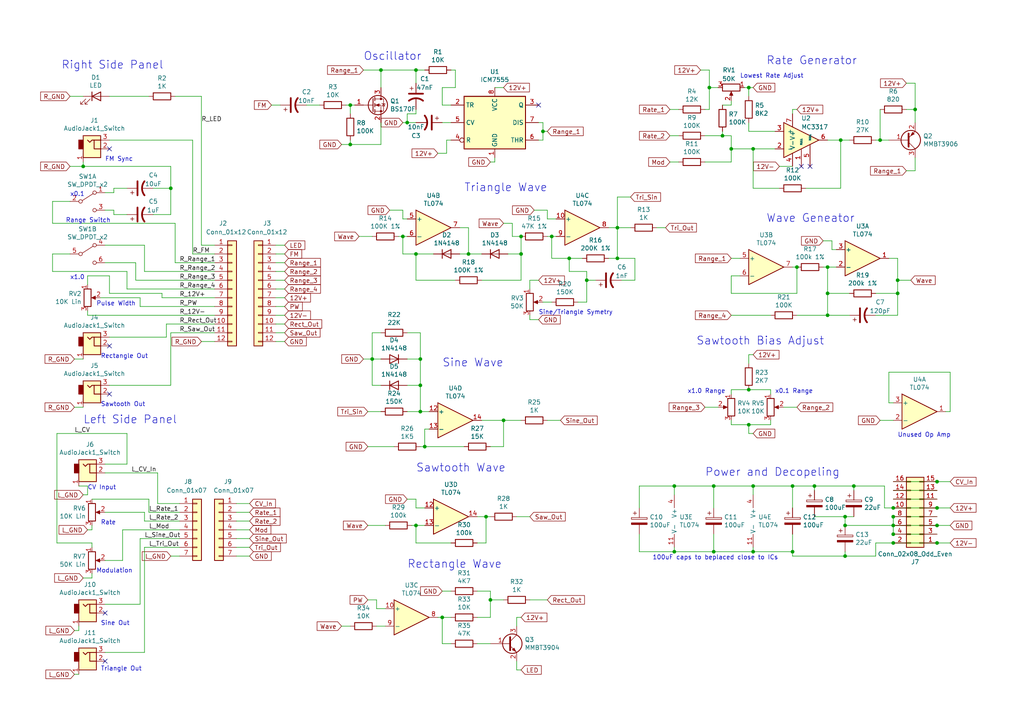
<source format=kicad_sch>
(kicad_sch (version 20250114) (generator "eeschema") (generator_version "9.0")
  (paper "A4")
  (text "x0.1" (at 20.32 57.15 0) (effects (font (size 1.27 1.27)) (justify left bottom)))
  (text "Sawtooth Out\n" (at 29.21 118.11 0) (effects (font (size 1.27 1.27)) (justify left bottom)))
  (text "Sawtooth Wave" (at 120.65 137.16 0) (effects (font (size 2.3114 2.3114)) (justify left bottom)))
  (text "Wave Geneator" (at 222.25 64.77 0) (effects (font (size 2.3114 2.3114)) (justify left bottom)))
  (text "Modulation\n" (at 27.94 166.37 0) (effects (font (size 1.27 1.27)) (justify left bottom)))
  (text "Rectangle Out" (at 29.21 104.14 0) (effects (font (size 1.27 1.27)) (justify left bottom)))
  (text "Sine/Triangle Symetry" (at 156.21 91.44 0) (effects (font (size 1.27 1.27)) (justify left bottom)))
  (text "Range Switch" (at 19.05 64.77 0) (effects (font (size 1.27 1.27)) (justify left bottom)))
  (text "Rate Generator" (at 222.25 19.05 0) (effects (font (size 2.3114 2.3114)) (justify left bottom)))
  (text "Sawtooth Bias Adjust" (at 201.93 100.33 0) (effects (font (size 2.3114 2.3114)) (justify left bottom)))
  (text "Triangle Wave" (at 134.62 55.88 0) (effects (font (size 2.3114 2.3114)) (justify left bottom)))
  (text "Unused Op Amp" (at 260.35 127 0) (effects (font (size 1.27 1.27)) (justify left bottom)))
  (text "x1.0" (at 20.32 81.28 0) (effects (font (size 1.27 1.27)) (justify left bottom)))
  (text "CV Input\n" (at 25.4 142.24 0) (effects (font (size 1.27 1.27)) (justify left bottom)))
  (text "Rate\n" (at 29.21 152.4 0) (effects (font (size 1.27 1.27)) (justify left bottom)))
  (text "x0.1 Range" (at 224.79 114.3 0) (effects (font (size 1.27 1.27)) (justify left bottom)))
  (text "Power and Decopeling" (at 204.47 138.43 0) (effects (font (size 2.3114 2.3114)) (justify left bottom)))
  (text "Left Side Panel" (at 24.13 123.19 0) (effects (font (size 2.3114 2.3114)) (justify left bottom)))
  (text "Lowest Rate Adjust" (at 214.63 22.86 0) (effects (font (size 1.27 1.27)) (justify left bottom)))
  (text "FM Sync" (at 30.48 46.99 0) (effects (font (size 1.27 1.27)) (justify left bottom)))
  (text "Rectangle Wave" (at 118.11 165.1 0) (effects (font (size 2.3114 2.3114)) (justify left bottom)))
  (text "Sine Wave" (at 128.27 106.68 0) (effects (font (size 2.3114 2.3114)) (justify left bottom)))
  (text "Triangle Out\n\n" (at 29.21 196.85 0) (effects (font (size 1.27 1.27)) (justify left bottom)))
  (text "x1.0 Range" (at 199.39 114.3 0) (effects (font (size 1.27 1.27)) (justify left bottom)))
  (text "Oscillator" (at 105.41 17.78 0) (effects (font (size 2.3114 2.3114)) (justify left bottom)))
  (text "100uF caps to beplaced close to ICs" (at 189.23 162.56 0) (effects (font (size 1.27 1.27)) (justify left bottom)))
  (text "Pulse Width" (at 27.94 88.9 0) (effects (font (size 1.27 1.27)) (justify left bottom)))
  (text "Right Side Panel" (at 17.78 20.32 0) (effects (font (size 2.3114 2.3114)) (justify left bottom)))
  (text "Sine Out\n" (at 29.21 181.61 0) (effects (font (size 1.27 1.27)) (justify left bottom)))
  (junction (at 245.11 149.86))
  (junction (at 243.84 40.64))
  (junction (at 265.43 31.75))
  (junction (at 128.27 179.07))
  (junction (at 179.07 74.93))
  (junction (at 207.01 160.02))
  (junction (at 271.78 139.7))
  (junction (at 218.44 160.02))
  (junction (at 121.92 119.38))
  (junction (at 236.22 140.97))
  (junction (at 231.14 77.47))
  (junction (at 116.84 68.58))
  (junction (at 245.11 152.4))
  (junction (at 259.08 147.32))
  (junction (at 259.08 152.4))
  (junction (at 101.6 30.48))
  (junction (at 146.05 121.92))
  (junction (at 101.6 41.91))
  (junction (at 245.11 161.29))
  (junction (at 271.78 152.4))
  (junction (at 229.87 140.97))
  (junction (at 217.17 123.19))
  (junction (at 217.17 25.4))
  (junction (at 107.95 104.14))
  (junction (at 151.13 73.66))
  (junction (at 165.1 74.93))
  (junction (at 120.65 152.4))
  (junction (at 195.58 140.97))
  (junction (at 247.65 140.97))
  (junction (at 140.97 149.86))
  (junction (at 123.19 129.54))
  (junction (at 212.09 43.18))
  (junction (at 135.89 73.66))
  (junction (at 160.02 68.58))
  (junction (at 151.13 68.58))
  (junction (at 217.17 113.03))
  (junction (at 49.53 54.61))
  (junction (at 207.01 140.97))
  (junction (at 118.11 35.56))
  (junction (at 24.13 48.26))
  (junction (at 110.49 20.32))
  (junction (at 240.03 85.09))
  (junction (at 120.65 20.32))
  (junction (at 121.92 111.76))
  (junction (at 209.55 39.37))
  (junction (at 120.65 73.66))
  (junction (at 271.78 147.32))
  (junction (at 157.48 38.1))
  (junction (at 205.74 25.4))
  (junction (at 218.44 140.97))
  (junction (at 142.24 173.99))
  (junction (at 259.08 149.86))
  (junction (at 255.27 40.64))
  (junction (at 259.08 157.48))
  (junction (at 179.07 66.04))
  (junction (at 240.03 77.47))
  (junction (at 260.35 81.28))
  (junction (at 195.58 160.02))
  (junction (at 271.78 157.48))
  (junction (at 121.92 104.14))
  (junction (at 259.08 154.94))
  (junction (at 218.44 43.18))
  (junction (at 240.03 91.44))
  (junction (at 229.87 160.02))
  (junction (at 260.35 85.09))
  (junction (at 170.18 81.28))
  (no_connect (at 30.48 191.77))
  (no_connect (at 30.48 177.8))
  (no_connect (at 156.21 30.48))
  (no_connect (at 234.95 48.26))
  (no_connect (at 31.75 43.18))
  (no_connect (at 31.75 100.33))
  (no_connect (at 31.75 114.3))
  (no_connect (at 232.41 48.26))
  (wire (pts (xy 154.94 60.96) (xy 158.75 60.96)))
  (wire (pts (xy 148.59 68.58) (xy 151.13 68.58)))
  (wire (pts (xy 182.88 66.04) (xy 179.07 66.04)))
  (wire (pts (xy 157.48 38.1) (xy 157.48 40.64)))
  (wire (pts (xy 118.11 33.02) (xy 118.11 35.56)))
  (wire (pts (xy 241.3 69.85) (xy 241.3 72.39)))
  (wire (pts (xy 195.58 140.97) (xy 207.01 140.97)))
  (wire (pts (xy 259.08 142.24) (xy 271.78 142.24)))
  (wire (pts (xy 118.11 111.76) (xy 121.92 111.76)))
  (wire (pts (xy 21.59 195.58) (xy 22.86 195.58)))
  (wire (pts (xy 259.08 144.78) (xy 271.78 144.78)))
  (wire (pts (xy 194.31 46.99) (xy 196.85 46.99)))
  (wire (pts (xy 255.27 121.92) (xy 259.08 121.92)))
  (wire (pts (xy 275.59 147.32) (xy 271.78 147.32)))
  (wire (pts (xy 265.43 49.53) (xy 262.89 49.53)))
  (wire (pts (xy 110.49 104.14) (xy 107.95 104.14)))
  (wire (pts (xy 45.72 137.16) (xy 45.72 146.05)))
  (wire (pts (xy 46.99 85.09) (xy 31.75 85.09)))
  (wire (pts (xy 36.83 83.82) (xy 62.23 83.82)))
  (wire (pts (xy 217.17 102.87) (xy 217.17 105.41)))
  (wire (pts (xy 58.42 27.94) (xy 58.42 71.12)))
  (wire (pts (xy 217.17 25.4) (xy 215.9 25.4)))
  (wire (pts (xy 179.07 74.93) (xy 179.07 66.04)))
  (wire (pts (xy 259.08 152.4) (xy 271.78 152.4)))
  (wire (pts (xy 109.22 173.99) (xy 109.22 176.53)))
  (wire (pts (xy 80.01 83.82) (xy 82.55 83.82)))
  (wire (pts (xy 275.59 119.38) (xy 275.59 107.95)))
  (wire (pts (xy 275.59 152.4) (xy 271.78 152.4)))
  (wire (pts (xy 25.4 90.17) (xy 25.4 91.44)))
  (wire (pts (xy 20.32 58.42) (xy 15.24 58.42)))
  (wire (pts (xy 46.99 86.36) (xy 46.99 85.09)))
  (wire (pts (xy 271.78 139.7) (xy 275.59 139.7)))
  (wire (pts (xy 207.01 140.97) (xy 218.44 140.97)))
  (wire (pts (xy 218.44 143.51) (xy 218.44 140.97)))
  (wire (pts (xy 120.65 81.28) (xy 120.65 73.66)))
  (wire (pts (xy 29.21 86.36) (xy 40.64 86.36)))
  (wire (pts (xy 260.35 81.28) (xy 260.35 85.09)))
  (wire (pts (xy 238.76 69.85) (xy 241.3 69.85)))
  (wire (pts (xy 107.95 104.14) (xy 107.95 111.76)))
  (wire (pts (xy 16.51 157.48) (xy 16.51 125.73)))
  (wire (pts (xy 260.35 91.44) (xy 254 91.44)))
  (wire (pts (xy 158.75 63.5) (xy 161.29 63.5)))
  (wire (pts (xy 80.01 73.66) (xy 82.55 73.66)))
  (wire (pts (xy 58.42 99.06) (xy 62.23 99.06)))
  (wire (pts (xy 49.53 111.76) (xy 31.75 111.76)))
  (wire (pts (xy 212.09 29.21) (xy 212.09 30.48)))
  (wire (pts (xy 116.84 68.58) (xy 116.84 73.66)))
  (wire (pts (xy 106.68 119.38) (xy 110.49 119.38)))
  (wire (pts (xy 41.91 148.59) (xy 41.91 151.13)))
  (wire (pts (xy 245.11 161.29) (xy 254 161.29)))
  (wire (pts (xy 80.01 93.98) (xy 82.55 93.98)))
  (wire (pts (xy 157.48 40.64) (xy 156.21 40.64)))
  (wire (pts (xy 264.16 81.28) (xy 260.35 81.28)))
  (wire (pts (xy 58.42 27.94) (xy 50.8 27.94)))
  (wire (pts (xy 142.24 173.99) (xy 142.24 171.45)))
  (wire (pts (xy 227.33 118.11) (xy 231.14 118.11)))
  (wire (pts (xy 41.91 151.13) (xy 52.07 151.13)))
  (wire (pts (xy 207.01 154.94) (xy 207.01 160.02)))
  (wire (pts (xy 33.02 55.88) (xy 30.48 55.88)))
  (wire (pts (xy 24.13 48.26) (xy 49.53 48.26)))
  (wire (pts (xy 80.01 78.74) (xy 82.55 78.74)))
  (wire (pts (xy 68.58 161.29) (xy 72.39 161.29)))
  (wire (pts (xy 212.09 80.01) (xy 212.09 85.09)))
  (wire (pts (xy 135.89 66.04) (xy 135.89 73.66)))
  (wire (pts (xy 149.86 181.61) (xy 149.86 179.07)))
  (wire (pts (xy 62.23 93.98) (xy 48.26 93.98)))
  (wire (pts (xy 218.44 140.97) (xy 229.87 140.97)))
  (wire (pts (xy 205.74 20.32) (xy 205.74 25.4)))
  (wire (pts (xy 207.01 140.97) (xy 207.01 147.32)))
  (wire (pts (xy 134.62 129.54) (xy 123.19 129.54)))
  (wire (pts (xy 116.84 35.56) (xy 118.11 35.56)))
  (wire (pts (xy 229.87 160.02) (xy 229.87 154.94)))
  (wire (pts (xy 160.02 68.58) (xy 160.02 74.93)))
  (wire (pts (xy 80.01 91.44) (xy 82.55 91.44)))
  (wire (pts (xy 165.1 78.74) (xy 165.1 74.93)))
  (wire (pts (xy 35.56 162.56) (xy 35.56 153.67)))
  (wire (pts (xy 274.32 119.38) (xy 275.59 119.38)))
  (wire (pts (xy 212.09 74.93) (xy 214.63 74.93)))
  (wire (pts (xy 245.11 152.4) (xy 245.11 149.86)))
  (wire (pts (xy 176.53 74.93) (xy 179.07 74.93)))
  (wire (pts (xy 68.58 146.05) (xy 72.39 146.05)))
  (wire (pts (xy 179.07 66.04) (xy 176.53 66.04)))
  (wire (pts (xy 223.52 123.19) (xy 217.17 123.19)))
  (wire (pts (xy 80.01 86.36) (xy 82.55 86.36)))
  (wire (pts (xy 78.74 30.48) (xy 81.28 30.48)))
  (wire (pts (xy 123.19 129.54) (xy 123.19 124.46)))
  (wire (pts (xy 148.59 64.77) (xy 148.59 68.58)))
  (wire (pts (xy 31.75 85.09) (xy 31.75 80.01)))
  (wire (pts (xy 142.24 46.99) (xy 143.51 46.99)))
  (wire (pts (xy 265.43 45.72) (xy 265.43 49.53)))
  (wire (pts (xy 156.21 35.56) (xy 157.48 35.56)))
  (wire (pts (xy 146.05 121.92) (xy 151.13 121.92)))
  (wire (pts (xy 247.65 140.97) (xy 256.54 140.97)))
  (wire (pts (xy 179.07 57.15) (xy 179.07 66.04)))
  (wire (pts (xy 260.35 85.09) (xy 260.35 91.44)))
  (wire (pts (xy 229.87 140.97) (xy 236.22 140.97)))
  (wire (pts (xy 157.48 35.56) (xy 157.48 38.1)))
  (wire (pts (xy 218.44 125.73) (xy 217.17 125.73)))
  (wire (pts (xy 24.13 48.26) (xy 20.32 48.26)))
  (wire (pts (xy 105.41 20.32) (xy 110.49 20.32)))
  (wire (pts (xy 62.23 96.52) (xy 49.53 96.52)))
  (wire (pts (xy 260.35 74.93) (xy 260.35 81.28)))
  (wire (pts (xy 48.26 93.98) (xy 48.26 97.79)))
  (wire (pts (xy 226.06 48.26) (xy 229.87 48.26)))
  (wire (pts (xy 40.64 175.26) (xy 40.64 156.21)))
  (wire (pts (xy 48.26 97.79) (xy 31.75 97.79)))
  (wire (pts (xy 133.35 66.04) (xy 135.89 66.04)))
  (wire (pts (xy 204.47 46.99) (xy 212.09 46.99)))
  (wire (pts (xy 39.37 81.28) (xy 62.23 81.28)))
  (wire (pts (xy 115.57 68.58) (xy 116.84 68.58)))
  (wire (pts (xy 229.87 147.32) (xy 229.87 140.97)))
  (wire (pts (xy 26.67 157.48) (xy 26.67 158.75)))
  (wire (pts (xy 120.65 144.78) (xy 120.65 147.32)))
  (wire (pts (xy 142.24 179.07) (xy 142.24 173.99)))
  (wire (pts (xy 170.18 78.74) (xy 165.1 78.74)))
  (wire (pts (xy 118.11 119.38) (xy 121.92 119.38)))
  (wire (pts (xy 170.18 81.28) (xy 170.18 78.74)))
  (wire (pts (xy 118.11 104.14) (xy 121.92 104.14)))
  (wire (pts (xy 33.02 54.61) (xy 33.02 55.88)))
  (wire (pts (xy 40.64 88.9) (xy 62.23 88.9)))
  (wire (pts (xy 68.58 156.21) (xy 72.39 156.21)))
  (wire (pts (xy 116.84 68.58) (xy 118.11 68.58)))
  (wire (pts (xy 130.81 186.69) (xy 128.27 186.69)))
  (wire (pts (xy 271.78 157.48) (xy 259.08 157.48)))
  (wire (pts (xy 68.58 158.75) (xy 72.39 158.75)))
  (wire (pts (xy 24.13 27.94) (xy 20.32 27.94)))
  (wire (pts (xy 257.81 40.64) (xy 255.27 40.64)))
  (wire (pts (xy 30.48 175.26) (xy 40.64 175.26)))
  (wire (pts (xy 153.67 149.86) (xy 149.86 149.86)))
  (wire (pts (xy 218.44 158.75) (xy 218.44 160.02)))
  (wire (pts (xy 231.14 31.75) (xy 229.87 31.75)))
  (wire (pts (xy 143.51 46.99) (xy 143.51 45.72)))
  (wire (pts (xy 182.88 57.15) (xy 179.07 57.15)))
  (wire (pts (xy 140.97 149.86) (xy 142.24 149.86)))
  (wire (pts (xy 271.78 147.32) (xy 259.08 147.32)))
  (wire (pts (xy 149.86 194.31) (xy 149.86 191.77)))
  (wire (pts (xy 185.42 154.94) (xy 185.42 160.02)))
  (wire (pts (xy 15.24 73.66) (xy 15.24 78.74)))
  (wire (pts (xy 120.65 20.32) (xy 123.19 20.32)))
  (wire (pts (xy 121.92 119.38) (xy 124.46 119.38)))
  (wire (pts (xy 153.67 81.28) (xy 153.67 83.82)))
  (wire (pts (xy 214.63 80.01) (xy 212.09 80.01)))
  (wire (pts (xy 212.09 85.09) (xy 231.14 85.09)))
  (wire (pts (xy 245.11 149.86) (xy 247.65 149.86)))
  (wire (pts (xy 139.7 81.28) (xy 151.13 81.28)))
  (wire (pts (xy 240.03 91.44) (xy 240.03 85.09)))
  (wire (pts (xy 195.58 158.75) (xy 195.58 160.02)))
  (wire (pts (xy 109.22 176.53) (xy 111.76 176.53)))
  (wire (pts (xy 68.58 153.67) (xy 72.39 153.67)))
  (wire (pts (xy 259.08 149.86) (xy 259.08 152.4)))
  (wire (pts (xy 146.05 121.92) (xy 146.05 129.54)))
  (wire (pts (xy 157.48 87.63) (xy 160.02 87.63)))
  (wire (pts (xy 128.27 186.69) (xy 128.27 179.07)))
  (wire (pts (xy 129.54 40.64) (xy 130.81 40.64)))
  (wire (pts (xy 257.81 116.84) (xy 259.08 116.84)))
  (wire (pts (xy 110.49 35.56) (xy 110.49 41.91)))
  (wire (pts (xy 184.15 74.93) (xy 184.15 81.28)))
  (wire (pts (xy 231.14 85.09) (xy 231.14 77.47)))
  (wire (pts (xy 259.08 154.94) (xy 271.78 154.94)))
  (wire (pts (xy 80.01 99.06) (xy 82.55 99.06)))
  (wire (pts (xy 205.74 25.4) (xy 208.28 25.4)))
  (wire (pts (xy 110.49 20.32) (xy 110.49 25.4)))
  (wire (pts (xy 30.48 137.16) (xy 45.72 137.16)))
  (wire (pts (xy 204.47 118.11) (xy 208.28 118.11)))
  (wire (pts (xy 43.18 148.59) (xy 52.07 148.59)))
  (wire (pts (xy 185.42 140.97) (xy 195.58 140.97)))
  (wire (pts (xy 118.11 35.56) (xy 120.65 35.56)))
  (wire (pts (xy 49.53 62.23) (xy 44.45 62.23)))
  (wire (pts (xy 139.7 121.92) (xy 146.05 121.92)))
  (wire (pts (xy 120.65 147.32) (xy 123.19 147.32)))
  (wire (pts (xy 153.67 92.71) (xy 153.67 91.44)))
  (wire (pts (xy 39.37 76.2) (xy 39.37 81.28)))
  (wire (pts (xy 88.9 30.48) (xy 92.71 30.48)))
  (wire (pts (xy 153.67 173.99) (xy 158.75 173.99)))
  (wire (pts (xy 241.3 72.39) (xy 242.57 72.39)))
  (wire (pts (xy 20.32 73.66) (xy 15.24 73.66)))
  (wire (pts (xy 140.97 157.48) (xy 140.97 149.86)))
  (wire (pts (xy 243.84 40.64) (xy 240.03 40.64)))
  (wire (pts (xy 162.56 121.92) (xy 158.75 121.92)))
  (wire (pts (xy 132.08 25.4) (xy 128.27 25.4)))
  (wire (pts (xy 170.18 87.63) (xy 170.18 81.28)))
  (wire (pts (xy 80.01 81.28) (xy 82.55 81.28)))
  (wire (pts (xy 167.64 87.63) (xy 170.18 87.63)))
  (wire (pts (xy 26.67 152.4) (xy 26.67 153.67)))
  (wire (pts (xy 15.24 58.42) (xy 15.24 64.77)))
  (wire (pts (xy 25.4 80.01) (xy 25.4 82.55)))
  (wire (pts (xy 40.64 86.36) (xy 40.64 88.9)))
  (wire (pts (xy 40.64 156.21) (xy 52.07 156.21)))
  (wire (pts (xy 146.05 129.54) (xy 142.24 129.54)))
  (wire (pts (xy 130.81 20.32) (xy 132.08 20.32)))
  (wire (pts (xy 146.05 25.4) (xy 143.51 25.4)))
  (wire (pts (xy 229.87 161.29) (xy 229.87 160.02)))
  (wire (pts (xy 255.27 40.64) (xy 254 40.64)))
  (wire (pts (xy 161.29 68.58) (xy 160.02 68.58)))
  (wire (pts (xy 246.38 91.44) (xy 240.03 91.44)))
  (wire (pts (xy 128.27 179.07) (xy 130.81 179.07)))
  (wire (pts (xy 212.09 123.19) (xy 212.09 121.92)))
  (wire (pts (xy 229.87 31.75) (xy 229.87 33.02)))
  (wire (pts (xy 132.08 81.28) (xy 120.65 81.28)))
  (wire (pts (xy 217.17 35.56) (xy 217.17 38.1)))
  (wire (pts (xy 110.49 96.52) (xy 107.95 96.52)))
  (wire (pts (xy 101.6 33.02) (xy 101.6 30.48)))
  (wire (pts (xy 104.14 68.58) (xy 107.95 68.58)))
  (wire (pts (xy 50.8 64.77) (xy 50.8 76.2)))
  (wire (pts (xy 52.07 161.29) (xy 49.53 161.29)))
  (wire (pts (xy 142.24 171.45) (xy 138.43 171.45)))
  (wire (pts (xy 209.55 38.1) (xy 209.55 39.37)))
  (wire (pts (xy 50.8 76.2) (xy 62.23 76.2)))
  (wire (pts (xy 185.42 160.02) (xy 195.58 160.02)))
  (wire (pts (xy 236.22 142.24) (xy 236.22 140.97)))
  (wire (pts (xy 224.79 43.18) (xy 218.44 43.18)))
  (wire (pts (xy 106.68 173.99) (xy 109.22 173.99)))
  (wire (pts (xy 41.91 158.75) (xy 52.07 158.75)))
  (wire (pts (xy 146.05 173.99) (xy 142.24 173.99)))
  (wire (pts (xy 99.06 181.61) (xy 101.6 181.61)))
  (wire (pts (xy 151.13 68.58) (xy 151.13 73.66)))
  (wire (pts (xy 257.81 107.95) (xy 257.81 116.84)))
  (wire (pts (xy 22.86 182.88) (xy 22.86 181.61)))
  (wire (pts (xy 41.91 189.23) (xy 41.91 158.75)))
  (wire (pts (xy 259.08 154.94) (xy 259.08 152.4)))
  (wire (pts (xy 107.95 111.76) (xy 110.49 111.76)))
  (wire (pts (xy 101.6 30.48) (xy 102.87 30.48)))
  (wire (pts (xy 25.4 140.97) (xy 25.4 143.51)))
  (wire (pts (xy 217.17 38.1) (xy 224.79 38.1)))
  (wire (pts (xy 151.13 73.66) (xy 147.32 73.66)))
  (wire (pts (xy 30.48 162.56) (xy 35.56 162.56)))
  (wire (pts (xy 257.81 74.93) (xy 260.35 74.93)))
  (wire (pts (xy 223.52 121.92) (xy 223.52 123.19)))
  (wire (pts (xy 128.27 30.48) (xy 130.81 30.48)))
  (wire (pts (xy 246.38 85.09) (xy 240.03 85.09)))
  (wire (pts (xy 109.22 181.61) (xy 111.76 181.61)))
  (wire (pts (xy 33.02 60.96) (xy 30.48 60.96)))
  (wire (pts (xy 223.52 113.03) (xy 223.52 114.3)))
  (wire (pts (xy 22.86 140.97) (xy 25.4 140.97)))
  (wire (pts (xy 107.95 96.52) (xy 107.95 104.14)))
  (wire (pts (xy 259.08 157.48) (xy 254 157.48)))
  (wire (pts (xy 233.68 54.61) (xy 243.84 54.61)))
  (wire (pts (xy 240.03 77.47) (xy 238.76 77.47)))
  (wire (pts (xy 259.08 149.86) (xy 271.78 149.86)))
  (wire (pts (xy 68.58 151.13) (xy 72.39 151.13)))
  (wire (pts (xy 120.65 31.75) (xy 120.65 33.02)))
  (wire (pts (xy 185.42 147.32) (xy 185.42 140.97)))
  (wire (pts (xy 132.08 20.32) (xy 132.08 25.4)))
  (wire (pts (xy 26.67 167.64) (xy 26.67 166.37)))
  (wire (pts (xy 156.21 81.28) (xy 153.67 81.28)))
  (wire (pts (xy 138.43 157.48) (xy 140.97 157.48)))
  (wire (pts (xy 36.83 125.73) (xy 36.83 134.62)))
  (wire (pts (xy 107.95 104.14) (xy 105.41 104.14)))
  (wire (pts (xy 262.89 31.75) (xy 265.43 31.75)))
  (wire (pts (xy 116.84 73.66) (xy 120.65 73.66)))
  (wire (pts (xy 127 179.07) (xy 128.27 179.07)))
  (wire (pts (xy 265.43 24.13) (xy 265.43 31.75)))
  (wire (pts (xy 218.44 43.18) (xy 218.44 54.61)))
  (wire (pts (xy 128.27 171.45) (xy 130.81 171.45)))
  (wire (pts (xy 26.67 144.78) (xy 43.18 144.78)))
  (wire (pts (xy 49.53 54.61) (xy 49.53 62.23)))
  (wire (pts (xy 246.38 40.64) (xy 243.84 40.64)))
  (wire (pts (xy 36.83 78.74) (xy 36.83 83.82)))
  (wire (pts (xy 116.84 63.5) (xy 118.11 63.5)))
  (wire (pts (xy 41.91 71.12) (xy 41.91 78.74)))
  (wire (pts (xy 212.09 114.3) (xy 212.09 113.03)))
  (wire (pts (xy 212.09 30.48) (xy 209.55 30.48)))
  (wire (pts (xy 80.01 88.9) (xy 82.55 88.9)))
  (wire (pts (xy 121.92 104.14) (xy 121.92 111.76)))
  (wire (pts (xy 259.08 147.32) (xy 256.54 147.32)))
  (wire (pts (xy 218.44 43.18) (xy 212.09 43.18)))
  (wire (pts (xy 80.01 96.52) (xy 82.55 96.52)))
  (wire (pts (xy 31.75 80.01) (xy 25.4 80.01)))
  (wire (pts (xy 43.18 27.94) (xy 31.75 27.94)))
  (wire (pts (xy 15.24 64.77) (xy 50.8 64.77)))
  (wire (pts (xy 31.75 40.64) (xy 55.88 40.64)))
  (wire (pts (xy 231.14 77.47) (xy 229.87 77.47)))
  (wire (pts (xy 128.27 25.4) (xy 128.27 30.48)))
  (wire (pts (xy 118.11 144.78) (xy 120.65 144.78)))
  (wire (pts (xy 16.51 125.73) (xy 36.83 125.73)))
  (wire (pts (xy 217.17 113.03) (xy 223.52 113.03)))
  (wire (pts (xy 120.65 152.4) (xy 120.65 157.48)))
  (wire (pts (xy 21.59 104.14) (xy 24.13 104.14)))
  (wire (pts (xy 209.55 39.37) (xy 212.09 39.37)))
  (wire (pts (xy 30.48 76.2) (xy 39.37 76.2)))
  (wire (pts (xy 212.09 43.18) (xy 212.09 39.37)))
  (wire (pts (xy 80.01 71.12) (xy 82.55 71.12)))
  (wire (pts (xy 43.18 144.78) (xy 43.18 148.59)))
  (wire (pts (xy 275.59 157.48) (xy 271.78 157.48)))
  (wire (pts (xy 100.33 30.48) (xy 101.6 30.48)))
  (wire (pts (xy 24.13 167.64) (xy 26.67 167.64)))
  (wire (pts (xy 156.21 92.71) (xy 153.67 92.71)))
  (wire (pts (xy 160.02 74.93) (xy 165.1 74.93)))
  (wire (pts (xy 33.02 62.23) (xy 33.02 60.96)))
  (wire (pts (xy 184.15 81.28) (xy 180.34 81.28)))
  (wire (pts (xy 120.65 152.4) (xy 123.19 152.4)))
  (wire (pts (xy 204.47 31.75) (xy 205.74 31.75)))
  (wire (pts (xy 119.38 152.4) (xy 120.65 152.4)))
  (wire (pts (xy 116.84 60.96) (xy 116.84 63.5)))
  (wire (pts (xy 110.49 41.91) (xy 101.6 41.91)))
  (wire (pts (xy 236.22 149.86) (xy 245.11 149.86)))
  (wire (pts (xy 243.84 54.61) (xy 243.84 40.64)))
  (wire (pts (xy 128.27 35.56) (xy 130.81 35.56)))
  (wire (pts (xy 21.59 118.11) (xy 24.13 118.11)))
  (wire (pts (xy 30.48 71.12) (xy 41.91 71.12)))
  (wire (pts (xy 265.43 31.75) (xy 265.43 35.56)))
  (wire (pts (xy 242.57 77.47) (xy 240.03 77.47)))
  (wire (pts (xy 160.02 68.58) (xy 158.75 68.58)))
  (wire (pts (xy 123.19 124.46) (xy 124.46 124.46)))
  (wire (pts (xy 55.88 73.66) (xy 62.23 73.66)))
  (wire (pts (xy 62.23 86.36) (xy 46.99 86.36)))
  (wire (pts (xy 113.03 60.96) (xy 116.84 60.96)))
  (wire (pts (xy 55.88 40.64) (xy 55.88 73.66)))
  (wire (pts (xy 36.83 62.23) (xy 33.02 62.23)))
  (wire (pts (xy 212.09 46.99) (xy 212.09 43.18)))
  (wire (pts (xy 135.89 73.66) (xy 133.35 73.66)))
  (wire (pts (xy 58.42 71.12) (xy 62.23 71.12)))
  (wire (pts (xy 106.68 152.4) (xy 111.76 152.4)))
  (wire (pts (xy 45.72 146.05) (xy 52.07 146.05)))
  (wire (pts (xy 16.51 157.48) (xy 26.67 157.48)))
  (wire (pts (xy 218.44 25.4) (xy 217.17 25.4)))
  (wire (pts (xy 151.13 194.31) (xy 149.86 194.31)))
  (wire (pts (xy 218.44 102.87) (xy 217.17 102.87)))
  (wire (pts (xy 49.53 48.26) (xy 49.53 54.61)))
  (wire (pts (xy 195.58 143.51) (xy 195.58 140.97)))
  (wire (pts (xy 217.17 25.4) (xy 217.17 27.94)))
  (wire (pts (xy 30.48 148.59) (xy 41.91 148.59)))
  (wire (pts (xy 240.03 85.09) (xy 240.03 77.47)))
  (wire (pts (xy 151.13 81.28) (xy 151.13 73.66)))
  (wire (pts (xy 121.92 111.76) (xy 121.92 119.38)))
  (wire (pts (xy 120.65 33.02) (xy 118.11 33.02)))
  (wire (pts (xy 121.92 129.54) (xy 123.19 129.54)))
  (wire (pts (xy 101.6 41.91) (xy 101.6 40.64)))
  (wire (pts (xy 193.04 66.04) (xy 190.5 66.04)))
  (wire (pts (xy 217.17 123.19) (xy 212.09 123.19)))
  (wire (pts (xy 194.31 31.75) (xy 196.85 31.75)))
  (wire (pts (xy 254 157.48) (xy 254 161.29)))
  (wire (pts (xy 35.56 153.67) (xy 52.07 153.67)))
  (wire (pts (xy 15.24 78.74) (xy 36.83 78.74)))
  (wire (pts (xy 138.43 149.86) (xy 140.97 149.86)))
  (wire (pts (xy 25.4 91.44) (xy 62.23 91.44)))
  (wire (pts (xy 158.75 38.1) (xy 157.48 38.1)))
  (wire (pts (xy 245.11 160.02) (xy 245.11 161.29)))
  (wire (pts (xy 129.54 44.45) (xy 129.54 40.64)))
  (wire (pts (xy 106.68 129.54) (xy 114.3 129.54)))
  (wire (pts (xy 121.92 96.52) (xy 121.92 104.14)))
  (wire (pts (xy 255.27 31.75) (xy 255.27 40.64)))
  (wire (pts (xy 24.13 46.99) (xy 24.13 48.26)))
  (wire (pts (xy 118.11 96.52) (xy 121.92 96.52)))
  (wire (pts (xy 231.14 91.44) (xy 240.03 91.44)))
  (wire (pts (xy 275.59 107.95) (xy 257.81 107.95)))
  (wire (pts (xy 207.01 160.02) (xy 218.44 160.02)))
  (wire (pts (xy 262.89 24.13) (xy 265.43 24.13)))
  (wire (pts (xy 195.58 160.02) (xy 207.01 160.02)))
  (wire (pts (xy 205.74 31.75) (xy 205.74 25.4)))
  (wire (pts (xy 41.91 78.74) (xy 62.23 78.74)))
  (wire (pts (xy 120.65 73.66) (xy 125.73 73.66)))
  (wire (pts (xy 165.1 74.93) (xy 168.91 74.93)))
  (wire (pts (xy 217.17 125.73) (xy 217.17 123.19)))
  (wire (pts (xy 212.09 91.44) (xy 223.52 91.44)))
  (wire (pts (xy 120.65 24.13) (xy 120.65 20.32)))
  (wire (pts (xy 30.48 189.23) (xy 41.91 189.23)))
  (wire (pts (xy 260.35 85.09) (xy 254 85.09)))
  (wire (pts (xy 21.59 182.88) (xy 22.86 182.88)))
  (wire (pts (xy 204.47 39.37) (xy 209.55 39.37)))
  (wire (pts (xy 158.75 60.96) (xy 158.75 63.5)))
  (wire (pts (xy 146.05 64.77) (xy 148.59 64.77)))
  (wire (pts (xy 36.83 54.61) (xy 33.02 54.61)))
  (wire (pts (xy 80.01 76.2) (xy 82.55 76.2)))
  (wire (pts (xy 49.53 96.52) (xy 49.53 111.76)))
  (wire (pts (xy 229.87 161.29) (xy 245.11 161.29)))
  (wire (pts (xy 149.86 179.07) (xy 151.13 179.07)))
  (wire (pts (xy 218.44 160.02) (xy 229.87 160.02)))
  (wire (pts (xy 226.06 54.61) (xy 218.44 54.61)))
  (wire (pts (xy 179.07 74.93) (xy 184.15 74.93)))
  (wire (pts (xy 172.72 81.28) (xy 170.18 81.28)))
  (wire (pts (xy 256.54 147.32) (xy 256.54 140.97)))
  (wire (pts (xy 203.2 20.32) (xy 205.74 20.32)))
  (wire (pts (xy 26.67 153.67) (xy 25.4 153.67)))
  (wire (pts (xy 212.09 113.03) (xy 217.17 113.03)))
  (wire (pts (xy 120.65 20.32) (xy 110.49 20.32)))
  (wire (pts (xy 127 44.45) (xy 129.54 44.45)))
  (wire (pts (xy 68.58 148.59) (xy 72.39 148.59)))
  (wire (pts (xy 259.08 152.4) (xy 245.11 152.4)))
  (wire (pts (xy 25.4 143.51) (xy 24.13 143.51)))
  (wire (pts (xy 138.43 179.07) (xy 142.24 179.07)))
  (wire (pts (xy 138.43 186.69) (xy 142.24 186.69)))
  (wire (pts (xy 194.31 39.37) (xy 196.85 39.37)))
  (wire (pts (xy 259.08 139.7) (xy 271.78 139.7)))
  (wire (pts (xy 49.53 54.61) (xy 44.45 54.61)))
  (wire (pts (xy 139.7 73.66) (xy 135.89 73.66)))
  (wire (pts (xy 247.65 140.97) (xy 247.65 142.24)))
  (wire (pts (xy 36.83 134.62) (xy 30.48 134.62)))
  (wire (pts (xy 101.6 41.91) (xy 99.06 41.91)))
  (wire (pts (xy 236.22 140.97) (xy 247.65 140.97)))
  (wire (pts (xy 120.65 157.48) (xy 130.81 157.48)))
  (label "R_PW" (at 52.07 88.9 0))
  (label "R_LED" (at 58.42 35.56 0))
  (label "R_Range_2" (at 52.07 78.74 0))
  (label "R_Range_1" (at 52.07 76.2 0))
  (label "L_Rate_1" (at 43.18 148.59 0))
  (label "L_Rate_2" (at 43.18 151.13 0))
  (label "R_12V-" (at 52.07 91.44 0))
  (label "R_Range_3" (at 52.07 81.28 0))
  (label "L_CV" (at 21.59 125.73 0))
  (label "L_Mod" (at 43.18 153.67 0))
  (label "L_Tri_Out" (at 43.18 158.75 0))
  (label "L_CV_In" (at 38.1 137.16 0))
  (label "R_12V+" (at 52.07 86.36 0))
  (label "R_Rect_Out" (at 52.07 93.98 0))
  (label "R_Range_4" (at 52.07 83.82 0))
  (label "R_Saw_Out" (at 52.07 96.52 0))
  (label "L_Sine_Out" (at 41.91 156.21 0))
  (label "R_FM" (at 55.88 73.66 0))
  (global_label "12V+" (shape input) (at 203.2 20.32 180) (property "Intersheetrefs" "${INTERSHEET_REFS}" (effects (hide yes))))
  (global_label "12V+" (shape input) (at 275.59 147.32 0) (property "Intersheetrefs" "${INTERSHEET_REFS}" (effects (hide yes))))
  (global_label "12V+" (shape input) (at 146.05 25.4 0) (property "Intersheetrefs" "${INTERSHEET_REFS}" (effects (hide yes))))
  (global_label "GND" (shape input) (at 156.21 92.71 0) (property "Intersheetrefs" "${INTERSHEET_REFS}" (effects (hide yes))))
  (global_label "12V+" (shape input) (at 231.14 31.75 0) (property "Intersheetrefs" "${INTERSHEET_REFS}" (effects (hide yes))))
  (global_label "R_GND" (shape input) (at 20.32 27.94 180) (property "Intersheetrefs" "${INTERSHEET_REFS}" (effects (hide yes))))
  (global_label "Wave" (shape input) (at 264.16 81.28 0) (property "Intersheetrefs" "${INTERSHEET_REFS}" (effects (hide yes))))
  (global_label "Tri_Sin" (shape input) (at 182.88 57.15 0) (property "Intersheetrefs" "${INTERSHEET_REFS}" (effects (hide yes))))
  (global_label "Wave" (shape input) (at 99.06 181.61 180) (property "Intersheetrefs" "${INTERSHEET_REFS}" (effects (hide yes))))
  (global_label "Range_2" (shape input) (at 82.55 78.74 0) (property "Intersheetrefs" "${INTERSHEET_REFS}" (effects (hide yes))))
  (global_label "GND" (shape input) (at 99.06 41.91 180) (property "Intersheetrefs" "${INTERSHEET_REFS}" (effects (hide yes))))
  (global_label "L_GND" (shape input) (at 21.59 182.88 180) (property "Intersheetrefs" "${INTERSHEET_REFS}" (effects (hide yes))))
  (global_label "Range_1" (shape input) (at 158.75 38.1 0) (property "Intersheetrefs" "${INTERSHEET_REFS}" (effects (hide yes))))
  (global_label "FM" (shape input) (at 82.55 73.66 0) (property "Intersheetrefs" "${INTERSHEET_REFS}" (effects (hide yes))))
  (global_label "GND" (shape input) (at 154.94 60.96 180) (property "Intersheetrefs" "${INTERSHEET_REFS}" (effects (hide yes))))
  (global_label "Mod" (shape input) (at 72.39 153.67 0) (property "Intersheetrefs" "${INTERSHEET_REFS}" (effects (hide yes))))
  (global_label "12V+" (shape input) (at 262.89 24.13 180) (property "Intersheetrefs" "${INTERSHEET_REFS}" (effects (hide yes))))
  (global_label "CV_In" (shape input) (at 275.59 139.7 0) (property "Intersheetrefs" "${INTERSHEET_REFS}" (effects (hide yes))))
  (global_label "GND" (shape input) (at 218.44 25.4 0) (property "Intersheetrefs" "${INTERSHEET_REFS}" (effects (hide yes))))
  (global_label "Sine_Out" (shape input) (at 162.56 121.92 0) (property "Intersheetrefs" "${INTERSHEET_REFS}" (effects (hide yes))))
  (global_label "FM" (shape input) (at 78.74 30.48 180) (property "Intersheetrefs" "${INTERSHEET_REFS}" (effects (hide yes))))
  (global_label "GND" (shape input) (at 105.41 104.14 180) (property "Intersheetrefs" "${INTERSHEET_REFS}" (effects (hide yes))))
  (global_label "Range_4" (shape input) (at 212.09 91.44 180) (property "Intersheetrefs" "${INTERSHEET_REFS}" (effects (hide yes))))
  (global_label "Mod" (shape input) (at 194.31 46.99 180) (property "Intersheetrefs" "${INTERSHEET_REFS}" (effects (hide yes))))
  (global_label "Saw_Out" (shape input) (at 82.55 96.52 0) (property "Intersheetrefs" "${INTERSHEET_REFS}" (effects (hide yes))))
  (global_label "R_GND" (shape input) (at 20.32 48.26 180) (property "Intersheetrefs" "${INTERSHEET_REFS}" (effects (hide yes))))
  (global_label "PW" (shape input) (at 106.68 173.99 180) (property "Intersheetrefs" "${INTERSHEET_REFS}" (effects (hide yes))))
  (global_label "LED" (shape input) (at 151.13 194.31 0) (property "Intersheetrefs" "${INTERSHEET_REFS}" (effects (hide yes))))
  (global_label "L_GND" (shape input) (at 21.59 195.58 180) (property "Intersheetrefs" "${INTERSHEET_REFS}" (effects (hide yes))))
  (global_label "12V+" (shape input) (at 156.21 81.28 0) (property "Intersheetrefs" "${INTERSHEET_REFS}" (effects (hide yes))))
  (global_label "Wave" (shape input) (at 104.14 68.58 180) (property "Intersheetrefs" "${INTERSHEET_REFS}" (effects (hide yes))))
  (global_label "Rate_2" (shape input) (at 72.39 151.13 0) (property "Intersheetrefs" "${INTERSHEET_REFS}" (effects (hide yes))))
  (global_label "GND" (shape input) (at 106.68 129.54 180) (property "Intersheetrefs" "${INTERSHEET_REFS}" (effects (hide yes))))
  (global_label "R_GND" (shape input) (at 21.59 104.14 180) (property "Intersheetrefs" "${INTERSHEET_REFS}" (effects (hide yes))))
  (global_label "Sine_Out" (shape input) (at 72.39 156.21 0) (property "Intersheetrefs" "${INTERSHEET_REFS}" (effects (hide yes))))
  (global_label "Tri_Sin" (shape input) (at 106.68 119.38 180) (property "Intersheetrefs" "${INTERSHEET_REFS}" (effects (hide yes))))
  (global_label "12V+" (shape input) (at 218.44 102.87 0) (property "Intersheetrefs" "${INTERSHEET_REFS}" (effects (hide yes))))
  (global_label "Range_2" (shape input) (at 231.14 118.11 0) (property "Intersheetrefs" "${INTERSHEET_REFS}" (effects (hide yes))))
  (global_label "PW" (shape input) (at 82.55 88.9 0) (property "Intersheetrefs" "${INTERSHEET_REFS}" (effects (hide yes))))
  (global_label "GND" (shape input) (at 118.11 144.78 180) (property "Intersheetrefs" "${INTERSHEET_REFS}" (effects (hide yes))))
  (global_label "GND" (shape input) (at 238.76 69.85 180) (property "Intersheetrefs" "${INTERSHEET_REFS}" (effects (hide yes))))
  (global_label "Tri_Out" (shape input) (at 193.04 66.04 0) (property "Intersheetrefs" "${INTERSHEET_REFS}" (effects (hide yes))))
  (global_label "12V-" (shape input) (at 82.55 91.44 0) (property "Intersheetrefs" "${INTERSHEET_REFS}" (effects (hide yes))))
  (global_label "GND" (shape input) (at 142.24 46.99 180) (property "Intersheetrefs" "${INTERSHEET_REFS}" (effects (hide yes))))
  (global_label "Wave" (shape input) (at 146.05 64.77 180) (property "Intersheetrefs" "${INTERSHEET_REFS}" (effects (hide yes))))
  (global_label "Wave" (shape input) (at 106.68 152.4 180) (property "Intersheetrefs" "${INTERSHEET_REFS}" (effects (hide yes))))
  (global_label "Range_1" (shape input) (at 82.55 76.2 0) (property "Intersheetrefs" "${INTERSHEET_REFS}" (effects (hide yes))))
  (global_label "R_GND" (shape input) (at 58.42 99.06 180) (property "Intersheetrefs" "${INTERSHEET_REFS}" (effects (hide yes))))
  (global_label "Rect_Out" (shape input) (at 82.55 93.98 0) (property "Intersheetrefs" "${INTERSHEET_REFS}" (effects (hide yes))))
  (global_label "L_GND" (shape input) (at 25.4 153.67 180) (property "Intersheetrefs" "${INTERSHEET_REFS}" (effects (hide yes))))
  (global_label "GND" (shape input) (at 72.39 161.29 0) (property "Intersheetrefs" "${INTERSHEET_REFS}" (effects (hide yes))))
  (global_label "12V-" (shape input) (at 226.06 48.26 180) (property "Intersheetrefs" "${INTERSHEET_REFS}" (effects (hide yes))))
  (global_label "12V+" (shape input) (at 82.55 86.36 0) (property "Intersheetrefs" "${INTERSHEET_REFS}" (effects (hide yes))))
  (global_label "CV_In" (shape input) (at 72.39 146.05 0) (property "Intersheetrefs" "${INTERSHEET_REFS}" (effects (hide yes))))
  (global_label "Rate_1" (shape input) (at 194.31 31.75 180) (property "Intersheetrefs" "${INTERSHEET_REFS}" (effects (hide yes))))
  (global_label "GND" (shape input) (at 128.27 171.45 180) (property "Intersheetrefs" "${INTERSHEET_REFS}" (effects (hide yes))))
  (global_label "Saw_Out" (shape input) (at 153.67 149.86 0) (property "Intersheetrefs" "${INTERSHEET_REFS}" (effects (hide yes))))
  (global_label "Range_4" (shape input) (at 82.55 83.82 0) (property "Intersheetrefs" "${INTERSHEET_REFS}" (effects (hide yes))))
  (global_label "L_GND" (shape input) (at 24.13 143.51 180) (property "Intersheetrefs" "${INTERSHEET_REFS}" (effects (hide yes))))
  (global_label "Rate_1" (shape input) (at 72.39 148.59 0) (property "Intersheetrefs" "${INTERSHEET_REFS}" (effects (hide yes))))
  (global_label "GND" (shape input) (at 255.27 121.92 180) (property "Intersheetrefs" "${INTERSHEET_REFS}" (effects (hide yes))))
  (global_label "Range_3" (shape input) (at 82.55 81.28 0) (property "Intersheetrefs" "${INTERSHEET_REFS}" (effects (hide yes))))
  (global_label "GND" (shape input) (at 113.03 60.96 180) (property "Intersheetrefs" "${INTERSHEET_REFS}" (effects (hide yes))))
  (global_label "GND" (shape input) (at 218.44 125.73 0) (property "Intersheetrefs" "${INTERSHEET_REFS}" (effects (hide yes))))
  (global_label "L_GND" (shape input) (at 49.53 161.29 180) (property "Intersheetrefs" "${INTERSHEET_REFS}" (effects (hide yes))))
  (global_label "L_GND" (shape input) (at 24.13 167.64 180) (property "Intersheetrefs" "${INTERSHEET_REFS}" (effects (hide yes))))
  (global_label "12V+" (shape input) (at 151.13 179.07 0) (property "Intersheetrefs" "${INTERSHEET_REFS}" (effects (hide yes))))
  (global_label "GND" (shape input) (at 275.59 152.4 0) (property "Intersheetrefs" "${INTERSHEET_REFS}" (effects (hide yes))))
  (global_label "R_GND" (shape input) (at 21.59 118.11 180) (property "Intersheetrefs" "${INTERSHEET_REFS}" (effects (hide yes))))
  (global_label "GND" (shape input) (at 116.84 35.56 180) (property "Intersheetrefs" "${INTERSHEET_REFS}" (effects (hide yes))))
  (global_label "Range_1" (shape input) (at 262.89 49.53 180) (property "Intersheetrefs" "${INTERSHEET_REFS}" (effects (hide yes))))
  (global_label "Range_1" (shape input) (at 212.09 74.93 180) (property "Intersheetrefs" "${INTERSHEET_REFS}" (effects (hide yes))))
  (global_label "Rect_Out" (shape input) (at 158.75 173.99 0) (property "Intersheetrefs" "${INTERSHEET_REFS}" (effects (hide yes))))
  (global_label "GND" (shape input) (at 82.55 99.06 0) (property "Intersheetrefs" "${INTERSHEET_REFS}" (effects (hide yes))))
  (global_label "Tri_Out" (shape input) (at 72.39 158.75 0) (property "Intersheetrefs" "${INTERSHEET_REFS}" (effects (hide yes))))
  (global_label "12V+" (shape input) (at 127 44.45 180) (property "Intersheetrefs" "${INTERSHEET_REFS}" (effects (hide yes))))
  (global_label "LED" (shape input) (at 82.55 71.12 0) (property "Intersheetrefs" "${INTERSHEET_REFS}" (effects (hide yes))))
  (global_label "Rate_2" (shape input) (at 194.31 39.37 180) (property "Intersheetrefs" "${INTERSHEET_REFS}" (effects (hide yes))))
  (global_label "Range_3" (shape input) (at 204.47 118.11 180) (property "Intersheetrefs" "${INTERSHEET_REFS}" (effects (hide yes))))
  (global_label "12V-" (shape input) (at 275.59 157.48 0) (property "Intersheetrefs" "${INTERSHEET_REFS}" (effects (hide yes))))
  (global_label "Range_1" (shape input) (at 105.41 20.32 180) (property "Intersheetrefs" "${INTERSHEET_REFS}" (effects (hide yes))))
  (symbol (lib_id "Transistor_BJT:MMBT3906") (at 262.89 40.64 0) (mirror x) (unit 1)
    (property "Reference" "Q2" (at 267.7414 39.4716 0) (effects (justify left)))
    (property "Value" "MMBT3906" (at 267.7414 41.783 0) (effects (justify left)))
    (property "Footprint" "TO_SOT_Packages_SMD:SOT-23" (effects (hide yes)))
    (property "Datasheet" "https://www.fairchildsemi.com/datasheets/2N/2N3906.pdf" (effects (hide yes)))
  )
  (symbol (lib_id "Custom_Lib:MC3317") (at 232.41 40.64 0) (unit 1)
    (property "Reference" "U2" (at 232.41 34.29 0) (effects (justify left)))
    (property "Value" "MC3317" (at 232.41 36.83 0) (effects (justify left)))
    (property "Footprint" "Housings_SOIC:SO-8_5.3x6.2mm_Pitch1.27mm" (effects (hide yes)))
  )
  (symbol (lib_id "Transistor_BJT:MMBT3904") (at 147.32 186.69 0) (unit 1)
    (property "Reference" "Q3" (at 152.1714 185.5216 0) (effects (justify left)))
    (property "Value" "MMBT3904" (at 152.1714 187.833 0) (effects (justify left)))
    (property "Footprint" "TO_SOT_Packages_SMD:SOT-23" (effects (hide yes)))
    (property "Datasheet" "https://www.fairchildsemi.com/datasheets/2N/2N3904.pdf" (effects (hide yes)))
  )
  (symbol (lib_id "Transistor_FET:BS170F") (at 107.95 30.48 0) (unit 1)
    (property "Reference" "Q1" (at 113.157 29.3116 0) (effects (justify left)))
    (property "Value" "BS170F" (at 113.157 31.623 0) (effects (justify left)))
    (property "Footprint" "TO_SOT_Packages_SMD:SOT-23" (effects (hide yes)))
    (property "Datasheet" "http://www.diodes.com/assets/Datasheets/BS170F.pdf" (effects (hide yes)))
  )
  (symbol (lib_id "LFO-rescue:ICM7555-Timer") (at 143.51 35.56 0) (unit 1)
    (property "Reference" "U1" (at 143.51 20.8026 0))
    (property "Value" "ICM7555" (at 143.51 23.114 0))
    (property "Footprint" "Housings_SOIC:SOIC-8_3.9x4.9mm_Pitch1.27mm" (effects (hide yes)))
    (property "Datasheet" "http://www.intersil.com/content/dam/Intersil/documents/icm7/icm7555-56.pdf" (effects (hide yes)))
  )
  (symbol (lib_id "Amplifier_Operational:TL074") (at 250.19 74.93 0) (unit 1)
    (property "Reference" "U3" (at 250.19 65.6082 0))
    (property "Value" "TL074" (at 250.19 67.9196 0))
    (property "Footprint" "Housings_SOIC:SOIC-14_3.9x8.7mm_Pitch1.27mm" (effects (hide yes)))
    (property "Datasheet" "http://www.ti.com/lit/ds/symlink/tl071.pdf" (effects (hide yes)))
  )
  (symbol (lib_id "Amplifier_Operational:TL074") (at 125.73 66.04 0) (unit 2)
    (property "Reference" "U4" (at 125.73 56.7182 0))
    (property "Value" "TL074" (at 125.73 59.0296 0))
    (property "Footprint" "Housings_SOIC:SOIC-14_3.9x8.7mm_Pitch1.27mm" (effects (hide yes)))
    (property "Datasheet" "http://www.ti.com/lit/ds/symlink/tl071.pdf" (effects (hide yes)))
  )
  (symbol (lib_id "Amplifier_Operational:TL074") (at 168.91 66.04 0) (unit 3)
    (property "Reference" "U4" (at 168.91 56.7182 0))
    (property "Value" "TL074" (at 168.91 59.0296 0))
    (property "Footprint" "Housings_SOIC:SOIC-14_3.9x8.7mm_Pitch1.27mm" (effects (hide yes)))
    (property "Datasheet" "http://www.ti.com/lit/ds/symlink/tl071.pdf" (effects (hide yes)))
  )
  (symbol (lib_id "Amplifier_Operational:TL074") (at 132.08 121.92 0) (unit 4)
    (property "Reference" "U4" (at 132.08 112.5982 0))
    (property "Value" "TL074" (at 132.08 114.9096 0))
    (property "Footprint" "Housings_SOIC:SOIC-14_3.9x8.7mm_Pitch1.27mm" (effects (hide yes)))
    (property "Datasheet" "http://www.ti.com/lit/ds/symlink/tl071.pdf" (effects (hide yes)))
  )
  (symbol (lib_id "Amplifier_Operational:TL074") (at 220.98 151.13 0) (unit 5)
    (property "Reference" "U4" (at 219.9132 149.9616 0) (effects (justify left)))
    (property "Value" "TL074" (at 219.9132 152.273 0) (effects (justify left)))
    (property "Footprint" "Housings_SOIC:SOIC-14_3.9x8.7mm_Pitch1.27mm" (effects (hide yes)))
    (property "Datasheet" "http://www.ti.com/lit/ds/symlink/tl071.pdf" (effects (hide yes)))
  )
  (symbol (lib_id "Amplifier_Operational:TL074") (at 266.7 119.38 0) (unit 1)
    (property "Reference" "U4" (at 266.7 110.0582 0))
    (property "Value" "TL074" (at 266.7 112.3696 0))
    (property "Footprint" "Housings_SOIC:SOIC-14_3.9x8.7mm_Pitch1.27mm" (effects (hide yes)))
    (property "Datasheet" "http://www.ti.com/lit/ds/symlink/tl071.pdf" (effects (hide yes)))
  )
  (symbol (lib_id "Amplifier_Operational:TL074") (at 222.25 77.47 0) (unit 2)
    (property "Reference" "U3" (at 222.25 68.1482 0))
    (property "Value" "TL074" (at 222.25 70.4596 0))
    (property "Footprint" "Housings_SOIC:SOIC-14_3.9x8.7mm_Pitch1.27mm" (effects (hide yes)))
    (property "Datasheet" "http://www.ti.com/lit/ds/symlink/tl071.pdf" (effects (hide yes)))
  )
  (symbol (lib_id "Amplifier_Operational:TL074") (at 119.38 179.07 0) (unit 3)
    (property "Reference" "U3" (at 119.38 169.7482 0))
    (property "Value" "TL074" (at 119.38 172.0596 0))
    (property "Footprint" "Housings_SOIC:SOIC-14_3.9x8.7mm_Pitch1.27mm" (effects (hide yes)))
    (property "Datasheet" "http://www.ti.com/lit/ds/symlink/tl071.pdf" (effects (hide yes)))
  )
  (symbol (lib_id "Amplifier_Operational:TL074") (at 130.81 149.86 0) (unit 4)
    (property "Reference" "U3" (at 130.81 140.5382 0))
    (property "Value" "TL074" (at 130.81 142.8496 0))
    (property "Footprint" "Housings_SOIC:SOIC-14_3.9x8.7mm_Pitch1.27mm" (effects (hide yes)))
    (property "Datasheet" "http://www.ti.com/lit/ds/symlink/tl071.pdf" (effects (hide yes)))
  )
  (symbol (lib_id "Amplifier_Operational:TL074") (at 198.12 151.13 0) (unit 5)
    (property "Reference" "U3" (at 197.0532 149.9616 0) (effects (justify left)))
    (property "Value" "TL074" (at 197.0532 152.273 0) (effects (justify left)))
    (property "Footprint" "Housings_SOIC:SOIC-14_3.9x8.7mm_Pitch1.27mm" (effects (hide yes)))
    (property "Datasheet" "http://www.ti.com/lit/ds/symlink/tl071.pdf" (effects (hide yes)))
  )
  (symbol (lib_id "Connector_Generic:Conn_02x08_Odd_Even") (at 266.7 149.86 180) (unit 1)
    (property "Reference" "J7" (at 265.43 162.9918 0))
    (property "Value" "Conn_02x08_Odd_Even" (at 265.43 160.6804 0))
    (property "Footprint" "Pin_Headers:Pin_Header_Straight_2x08_Pitch2.54mm" (effects (hide yes)))
  )
  (symbol (lib_id "Connector_Generic:Conn_01x12") (at 67.31 83.82 0) (unit 1)
    (property "Reference" "J2" (at 63.5 64.77 0) (effects (justify left)))
    (property "Value" "Conn_01x12" (at 59.69 67.31 0) (effects (justify left)))
    (property "Footprint" "Pin_Headers:Pin_Header_Straight_1x12_Pitch2.54mm" (effects (hide yes)))
  )
  (symbol (lib_id "Connector_Generic:Conn_01x12") (at 74.93 83.82 0) (mirror y) (unit 1)
    (property "Reference" "J3" (at 77.47 64.77 0))
    (property "Value" "Conn_01x12" (at 77.47 67.31 0))
    (property "Footprint" "Pin_Headers:Pin_Header_Straight_1x12_Pitch2.54mm" (effects (hide yes)))
  )
  (symbol (lib_id "Device:R_POT") (at 25.4 86.36 0) (unit 1)
    (property "Reference" "RV2" (at 23.6474 85.1916 0) (effects (justify right)))
    (property "Value" "10K Lin" (at 23.6474 87.503 0) (effects (justify right)))
    (property "Footprint" "Potentiometers:Potentiometer_Bourns_PTV09A-2_Vertical" (effects (hide yes)))
  )
  (symbol (lib_id "Device:R_POT") (at 26.67 148.59 0) (unit 1)
    (property "Reference" "RV6" (at 24.9174 147.4216 0) (effects (justify right)))
    (property "Value" "10K Lin" (at 24.9174 149.733 0) (effects (justify right)))
    (property "Footprint" "Potentiometers:Potentiometer_Bourns_PTV09A-2_Vertical" (effects (hide yes)))
  )
  (symbol (lib_id "Device:R_POT") (at 26.67 162.56 0) (unit 1)
    (property "Reference" "RV7" (at 24.9174 161.3916 0) (effects (justify right)))
    (property "Value" "50K Lin" (at 24.9174 163.703 0) (effects (justify right)))
    (property "Footprint" "Potentiometers:Potentiometer_Bourns_PTV09A-2_Vertical" (effects (hide yes)))
  )
  (symbol (lib_id "Device:R_POT") (at 212.09 25.4 270) (unit 1)
    (property "Reference" "RV1" (at 213.36 20.32 90) (effects (justify right)))
    (property "Value" "50K" (at 213.36 22.86 90) (effects (justify right)))
    (property "Footprint" "Custom_Library:PVG5A" (effects (hide yes)))
  )
  (symbol (lib_id "Device:R_POT") (at 153.67 87.63 0) (unit 1)
    (property "Reference" "RV3" (at 151.9174 86.4616 0) (effects (justify right)))
    (property "Value" "50K" (at 151.9174 88.773 0) (effects (justify right)))
    (property "Footprint" "Custom_Library:PVG5A" (effects (hide yes)))
  )
  (symbol (lib_id "Device:R_POT") (at 223.52 118.11 0) (unit 1)
    (property "Reference" "RV5" (at 221.7674 116.9416 0) (effects (justify right)))
    (property "Value" "10K" (at 221.7674 119.253 0) (effects (justify right)))
    (property "Footprint" "Custom_Library:PVG5A" (effects (hide yes)))
  )
  (symbol (lib_id "Switch:SW_DPDT_x2") (at 25.4 58.42 0) (unit 1)
    (property "Reference" "SW1" (at 25.4 51.181 0))
    (property "Value" "SW_DPDT_x2" (at 25.4 53.4924 0))
    (property "Footprint" "Custom_Library:200AWMDP1T2A1M6QE" (effects (hide yes)))
  )
  (symbol (lib_id "Switch:SW_DPDT_x2") (at 25.4 73.66 0) (unit 2)
    (property "Reference" "SW1" (at 25.4 66.421 0))
    (property "Value" "SW_DPDT_x2" (at 25.4 68.7324 0))
    (property "Footprint" "Custom_Library:200AWMDP1T2A1M6QE" (effects (hide yes)))
  )
  (symbol (lib_id "Custom_Lib:AudioJack1_Switch") (at 25.4 191.77 0) (unit 1)
    (property "Reference" "J11" (at 26.1112 183.515 0))
    (property "Value" "AudioJack1_Switch" (at 26.1112 185.8264 0))
    (property "Footprint" "Custom_Library:Mono_Jack_3.5mm_Switch_Switchcraft_35RAPC2AH3" (effects (hide yes)))
  )
  (symbol (lib_id "Custom_Lib:AudioJack1_Switch") (at 26.67 43.18 0) (unit 1)
    (property "Reference" "J1" (at 27.3812 34.925 0))
    (property "Value" "AudioJack1_Switch" (at 27.3812 37.2364 0))
    (property "Footprint" "Custom_Library:Mono_Jack_3.5mm_Switch_Switchcraft_35RAPC2AH3" (effects (hide yes)))
  )
  (symbol (lib_id "Custom_Lib:AudioJack1_Switch") (at 25.4 137.16 0) (unit 1)
    (property "Reference" "J6" (at 26.1112 128.905 0))
    (property "Value" "AudioJack1_Switch" (at 26.1112 131.2164 0))
    (property "Footprint" "Custom_Library:Mono_Jack_3.5mm_Switch_Switchcraft_35RAPC2AH3" (effects (hide yes)))
  )
  (symbol (lib_id "Custom_Lib:AudioJack1_Switch") (at 26.67 100.33 0) (unit 1)
    (property "Reference" "J4" (at 27.3812 92.075 0))
    (property "Value" "AudioJack1_Switch" (at 27.3812 94.3864 0))
    (property "Footprint" "Custom_Library:Mono_Jack_3.5mm_Switch_Switchcraft_35RAPC2AH3" (effects (hide yes)))
  )
  (symbol (lib_id "Custom_Lib:AudioJack1_Switch") (at 26.67 114.3 0) (unit 1)
    (property "Reference" "J5" (at 27.3812 106.045 0))
    (property "Value" "AudioJack1_Switch" (at 27.3812 108.3564 0))
    (property "Footprint" "Custom_Library:Mono_Jack_3.5mm_Switch_Switchcraft_35RAPC2AH3" (effects (hide yes)))
  )
  (symbol (lib_id "Custom_Lib:AudioJack1_Switch") (at 25.4 177.8 0) (unit 1)
    (property "Reference" "J10" (at 26.1112 169.545 0))
    (property "Value" "AudioJack1_Switch" (at 26.1112 171.8564 0))
    (property "Footprint" "Custom_Library:Mono_Jack_3.5mm_Switch_Switchcraft_35RAPC2AH3" (effects (hide yes)))
  )
  (symbol (lib_id "Connector_Generic:Conn_01x07") (at 57.15 153.67 0) (unit 1)
    (property "Reference" "J8" (at 53.34 139.7 0) (effects (justify left)))
    (property "Value" "Conn_01x07" (at 48.26 142.24 0) (effects (justify left)))
    (property "Footprint" "Pin_Headers:Pin_Header_Straight_1x07_Pitch2.54mm" (effects (hide yes)))
  )
  (symbol (lib_id "Connector_Generic:Conn_01x07") (at 63.5 153.67 0) (mirror y) (unit 1)
    (property "Reference" "J9" (at 67.31 139.7 0) (effects (justify left)))
    (property "Value" "Conn_01x07" (at 73.66 142.24 0) (effects (justify left)))
    (property "Footprint" "Pin_Headers:Pin_Header_Straight_1x07_Pitch2.54mm" (effects (hide yes)))
  )
  (symbol (lib_id "Device:CP1") (at 40.64 62.23 90) (unit 1)
    (property "Reference" "C5" (at 44.45 58.42 90))
    (property "Value" "1uF" (at 44.45 60.96 90))
    (property "Footprint" "Capacitors_SMD:C_1210_HandSoldering" (effects (hide yes)))
  )
  (symbol (lib_id "Device:CP1") (at 40.64 54.61 90) (unit 1)
    (property "Reference" "C4" (at 44.45 50.8 90))
    (property "Value" "10uF" (at 44.45 53.34 90))
    (property "Footprint" "Capacitors_SMD:C_1210_HandSoldering" (effects (hide yes)))
  )
  (symbol (lib_id "Device:LED") (at 27.94 27.94 0) (unit 1)
    (property "Reference" "D1" (at 27.7622 22.4536 0))
    (property "Value" "LED" (at 27.7622 24.765 0))
    (property "Footprint" "LEDs:LED_Rectangular_W3.9mm_H1.9mm" (effects (hide yes)))
  )
  (symbol (lib_id "Device:CP") (at 247.65 146.05 0) (unit 1)
    (property "Reference" "C9" (at 250.6472 144.8816 0) (effects (justify left)))
    (property "Value" "22uF" (at 250.6472 147.193 0) (effects (justify left)))
    (property "Footprint" "Capacitors_SMD:CP_Elec_5x5.8" (effects (hide yes)))
  )
  (symbol (lib_id "Device:CP") (at 245.11 156.21 0) (unit 1)
    (property "Reference" "C13" (at 248.1072 155.0416 0) (effects (justify left)))
    (property "Value" "22uF" (at 248.1072 157.353 0) (effects (justify left)))
    (property "Footprint" "Capacitors_SMD:CP_Elec_5x5.8" (effects (hide yes)))
  )
  (symbol (lib_id "Device:CP") (at 229.87 151.13 0) (unit 1)
    (property "Reference" "C12" (at 232.8672 149.9616 0) (effects (justify left)))
    (property "Value" "100uF" (at 232.8672 152.273 0) (effects (justify left)))
    (property "Footprint" "Capacitors_SMD:CP_Elec_6.3x5.8" (effects (hide yes)))
  )
  (symbol (lib_id "Device:CP") (at 207.01 151.13 0) (unit 1)
    (property "Reference" "C11" (at 210.0072 149.9616 0) (effects (justify left)))
    (property "Value" "100uF" (at 210.0072 152.273 0) (effects (justify left)))
    (property "Footprint" "Capacitors_SMD:CP_Elec_6.3x5.8" (effects (hide yes)))
  )
  (symbol (lib_id "Device:CP") (at 185.42 151.13 0) (unit 1)
    (property "Reference" "C10" (at 188.4172 149.9616 0) (effects (justify left)))
    (property "Value" "100uF" (at 188.4172 152.273 0) (effects (justify left)))
    (property "Footprint" "Capacitors_SMD:CP_Elec_6.3x5.8" (effects (hide yes)))
  )
  (symbol (lib_id "Device:R") (at 46.99 27.94 270) (unit 1)
    (property "Reference" "R2" (at 46.99 22.6822 90))
    (property "Value" "1K" (at 46.99 24.9936 90))
    (property "Footprint" "Resistors_SMD:R_1210_HandSoldering" (effects (hide yes)))
  )
  (symbol (lib_id "Device:R_POT") (at 212.09 118.11 0) (mirror y) (unit 1)
    (property "Reference" "RV4" (at 213.8426 116.9416 0) (effects (justify right)))
    (property "Value" "10K" (at 213.8426 119.253 0) (effects (justify right)))
    (property "Footprint" "Custom_Library:PVG5A" (effects (hide yes)))
  )
  (symbol (lib_id "Device:R") (at 217.17 109.22 180) (unit 1)
    (property "Reference" "R23" (at 218.948 108.0516 0) (effects (justify right)))
    (property "Value" "2K7" (at 218.948 110.363 0) (effects (justify right)))
    (property "Footprint" "Resistors_SMD:R_1210_HandSoldering" (effects (hide yes)))
  )
  (symbol (lib_id "Device:CP1") (at 85.09 30.48 90) (unit 1)
    (property "Reference" "C2" (at 88.9 26.67 90))
    (property "Value" "10nF" (at 88.9 29.21 90))
    (property "Footprint" "Capacitors_SMD:C_1210_HandSoldering" (effects (hide yes)))
  )
  (symbol (lib_id "Device:R") (at 96.52 30.48 270) (unit 1)
    (property "Reference" "R3" (at 96.52 25.2222 90))
    (property "Value" "10K" (at 96.52 27.5336 90))
    (property "Footprint" "Resistors_SMD:R_1210_HandSoldering" (effects (hide yes)))
  )
  (symbol (lib_id "Device:R") (at 101.6 36.83 180) (unit 1)
    (property "Reference" "R8" (at 103.378 35.6616 0) (effects (justify right)))
    (property "Value" "100K" (at 103.378 37.973 0) (effects (justify right)))
    (property "Footprint" "Resistors_SMD:R_1210_HandSoldering" (effects (hide yes)))
  )
  (symbol (lib_id "Device:CP1") (at 120.65 27.94 0) (unit 1)
    (property "Reference" "C1" (at 123.19 22.86 0))
    (property "Value" "47nF" (at 123.19 25.4 0))
    (property "Footprint" "Capacitors_SMD:C_1210_HandSoldering" (effects (hide yes)))
  )
  (symbol (lib_id "Device:R") (at 127 20.32 270) (unit 1)
    (property "Reference" "R1" (at 127 15.0622 90))
    (property "Value" "10K" (at 127 17.3736 90))
    (property "Footprint" "Resistors_SMD:R_1210_HandSoldering" (effects (hide yes)))
  )
  (symbol (lib_id "Device:CP1") (at 124.46 35.56 270) (unit 1)
    (property "Reference" "C3" (at 120.65 39.37 90))
    (property "Value" "10nF" (at 120.65 36.83 90))
    (property "Footprint" "Capacitors_SMD:C_1210_HandSoldering" (effects (hide yes)))
  )
  (symbol (lib_id "Device:CP") (at 236.22 146.05 0) (unit 1)
    (property "Reference" "C8" (at 239.2172 144.8816 0) (effects (justify left)))
    (property "Value" "100uF" (at 239.2172 147.193 0) (effects (justify left)))
    (property "Footprint" "Capacitors_SMD:CP_Elec_6.3x5.8" (effects (hide yes)))
  )
  (symbol (lib_id "Device:R") (at 200.66 31.75 270) (unit 1)
    (property "Reference" "R4" (at 200.66 26.4922 90))
    (property "Value" "12K" (at 200.66 28.8036 90))
    (property "Footprint" "Resistors_SMD:R_1210_HandSoldering" (effects (hide yes)))
  )
  (symbol (lib_id "Device:R") (at 229.87 54.61 270) (unit 1)
    (property "Reference" "R12" (at 229.87 49.3522 90))
    (property "Value" "100K" (at 229.87 51.6636 90))
    (property "Footprint" "Resistors_SMD:R_1210_HandSoldering" (effects (hide yes)))
  )
  (symbol (lib_id "Device:R") (at 200.66 39.37 270) (unit 1)
    (property "Reference" "R9" (at 200.66 34.1122 90))
    (property "Value" "100K" (at 200.66 36.4236 90))
    (property "Footprint" "Resistors_SMD:R_1210_HandSoldering" (effects (hide yes)))
  )
  (symbol (lib_id "Device:R") (at 250.19 40.64 270) (unit 1)
    (property "Reference" "R10" (at 250.19 35.3822 90))
    (property "Value" "27K" (at 250.19 37.6936 90))
    (property "Footprint" "Resistors_SMD:R_1210_HandSoldering" (effects (hide yes)))
  )
  (symbol (lib_id "Device:R") (at 200.66 46.99 270) (unit 1)
    (property "Reference" "R11" (at 200.66 41.7322 90))
    (property "Value" "100K" (at 200.66 44.0436 90))
    (property "Footprint" "Resistors_SMD:R_1210_HandSoldering" (effects (hide yes)))
  )
  (symbol (lib_id "Device:R") (at 209.55 34.29 180) (unit 1)
    (property "Reference" "R7" (at 211.328 33.1216 0) (effects (justify right)))
    (property "Value" "100K" (at 211.328 35.433 0) (effects (justify right)))
    (property "Footprint" "Resistors_SMD:R_1210_HandSoldering" (effects (hide yes)))
  )
  (symbol (lib_id "Device:R") (at 217.17 31.75 180) (unit 1)
    (property "Reference" "R5" (at 218.948 30.5816 0) (effects (justify right)))
    (property "Value" "8K2" (at 218.948 32.893 0) (effects (justify right)))
    (property "Footprint" "Resistors_SMD:R_1210_HandSoldering" (effects (hide yes)))
  )
  (symbol (lib_id "Device:R") (at 259.08 31.75 270) (unit 1)
    (property "Reference" "R6" (at 259.08 26.4922 90))
    (property "Value" "820" (at 259.08 28.8036 90))
    (property "Footprint" "Resistors_SMD:R_1210_HandSoldering" (effects (hide yes)))
  )
  (symbol (lib_id "Device:R") (at 227.33 91.44 270) (unit 1)
    (property "Reference" "R21" (at 227.33 86.1822 90))
    (property "Value" "100K" (at 227.33 88.4936 90))
    (property "Footprint" "Resistors_SMD:R_1210_HandSoldering" (effects (hide yes)))
  )
  (symbol (lib_id "Device:R") (at 234.95 77.47 270) (unit 1)
    (property "Reference" "R17" (at 234.95 72.2122 90))
    (property "Value" "100k 1%" (at 234.95 74.5236 90))
    (property "Footprint" "Resistors_SMD:R_1210_HandSoldering" (effects (hide yes)))
  )
  (symbol (lib_id "Device:R") (at 250.19 85.09 270) (unit 1)
    (property "Reference" "R19" (at 250.19 79.8322 90))
    (property "Value" "200k 1%" (at 250.19 82.1436 90))
    (property "Footprint" "Resistors_SMD:R_1210_HandSoldering" (effects (hide yes)))
  )
  (symbol (lib_id "Device:CP1") (at 250.19 91.44 90) (unit 1)
    (property "Reference" "C7" (at 255.27 87.63 90))
    (property "Value" "120pF" (at 255.27 90.17 90))
    (property "Footprint" "Capacitors_SMD:C_1210_HandSoldering" (effects (hide yes)))
  )
  (symbol (lib_id "Device:R") (at 134.62 179.07 270) (unit 1)
    (property "Reference" "R33" (at 134.62 173.8122 90))
    (property "Value" "10K" (at 134.62 176.1236 90))
    (property "Footprint" "Resistors_SMD:R_1210_HandSoldering" (effects (hide yes)))
  )
  (symbol (lib_id "Device:R") (at 105.41 181.61 270) (unit 1)
    (property "Reference" "R34" (at 105.41 176.3522 90))
    (property "Value" "10K" (at 105.41 178.6636 90))
    (property "Footprint" "Resistors_SMD:R_1210_HandSoldering" (effects (hide yes)))
  )
  (symbol (lib_id "Device:R") (at 134.62 186.69 270) (unit 1)
    (property "Reference" "R35" (at 134.62 181.4322 90))
    (property "Value" "47K" (at 134.62 183.7436 90))
    (property "Footprint" "Resistors_SMD:R_1210_HandSoldering" (effects (hide yes)))
  )
  (symbol (lib_id "Device:R") (at 149.86 173.99 270) (unit 1)
    (property "Reference" "R32" (at 149.86 168.7322 90))
    (property "Value" "1K" (at 149.86 171.0436 90))
    (property "Footprint" "Resistors_SMD:R_1210_HandSoldering" (effects (hide yes)))
  )
  (symbol (lib_id "Device:R") (at 134.62 171.45 270) (unit 1)
    (property "Reference" "R31" (at 134.62 166.1922 90))
    (property "Value" "4K7" (at 134.62 168.5036 90))
    (property "Footprint" "Resistors_SMD:R_1210_HandSoldering" (effects (hide yes)))
  )
  (symbol (lib_id "Device:R") (at 115.57 152.4 270) (unit 1)
    (property "Reference" "R29" (at 115.57 147.1422 90))
    (property "Value" "100k" (at 115.57 149.4536 90))
    (property "Footprint" "Resistors_SMD:R_1210_HandSoldering" (effects (hide yes)))
  )
  (symbol (lib_id "Device:R") (at 134.62 157.48 270) (unit 1)
    (property "Reference" "R30" (at 134.62 152.2222 90))
    (property "Value" "100k" (at 134.62 154.5336 90))
    (property "Footprint" "Resistors_SMD:R_1210_HandSoldering" (effects (hide yes)))
  )
  (symbol (lib_id "Device:R") (at 146.05 149.86 270) (unit 1)
    (property "Reference" "R28" (at 146.05 144.6022 90))
    (property "Value" "1K" (at 146.05 146.9136 90))
    (property "Footprint" "Resistors_SMD:R_1210_HandSoldering" (effects (hide yes)))
  )
  (symbol (lib_id "Device:D") (at 129.54 73.66 0) (unit 1)
    (property "Reference" "D2" (at 129.54 68.1736 0))
    (property "Value" "1N4148" (at 129.54 70.485 0))
    (property "Footprint" "Diodes_SMD:D_SOD-123" (effects (hide yes)))
  )
  (symbol (lib_id "Device:D") (at 143.51 73.66 0) (unit 1)
    (property "Reference" "D3" (at 143.51 68.1736 0))
    (property "Value" "1N4148" (at 143.51 70.485 0))
    (property "Footprint" "Diodes_SMD:D_SOD-123" (effects (hide yes)))
  )
  (symbol (lib_id "Device:D") (at 114.3 104.14 180) (unit 1)
    (property "Reference" "D4" (at 114.3 98.6536 0))
    (property "Value" "1N4148" (at 114.3 100.965 0))
    (property "Footprint" "Diodes_SMD:D_SOD-123" (effects (hide yes)))
  )
  (symbol (lib_id "Device:D") (at 114.3 111.76 0) (unit 1)
    (property "Reference" "D5" (at 114.3 106.2736 0))
    (property "Value" "1N4148" (at 114.3 108.585 0))
    (property "Footprint" "Diodes_SMD:D_SOD-123" (effects (hide yes)))
  )
  (symbol (lib_id "Device:R") (at 111.76 68.58 270) (unit 1)
    (property "Reference" "R14" (at 111.76 63.3222 90))
    (property "Value" "100K 1%" (at 111.76 65.6336 90))
    (property "Footprint" "Resistors_SMD:R_1210_HandSoldering" (effects (hide yes)))
  )
  (symbol (lib_id "Device:R") (at 135.89 81.28 270) (unit 1)
    (property "Reference" "R18" (at 135.89 76.0222 90))
    (property "Value" "100K 1%" (at 135.89 78.3336 90))
    (property "Footprint" "Resistors_SMD:R_1210_HandSoldering" (effects (hide yes)))
  )
  (symbol (lib_id "Device:R") (at 154.94 68.58 270) (unit 1)
    (property "Reference" "R15" (at 154.94 63.3222 90))
    (property "Value" "47K 1%" (at 154.94 65.6336 90))
    (property "Footprint" "Resistors_SMD:R_1210_HandSoldering" (effects (hide yes)))
  )
  (symbol (lib_id "Device:R") (at 172.72 74.93 270) (unit 1)
    (property "Reference" "R16" (at 172.72 69.6722 90))
    (property "Value" "200K 1%" (at 172.72 71.9836 90))
    (property "Footprint" "Resistors_SMD:R_1210_HandSoldering" (effects (hide yes)))
  )
  (symbol (lib_id "Device:R") (at 163.83 87.63 270) (unit 1)
    (property "Reference" "R20" (at 163.83 82.3722 90))
    (property "Value" "150K" (at 163.83 84.6836 90))
    (property "Footprint" "Resistors_SMD:R_1210_HandSoldering" (effects (hide yes)))
  )
  (symbol (lib_id "Device:CP1") (at 176.53 81.28 90) (unit 1)
    (property "Reference" "C6" (at 180.34 77.47 90))
    (property "Value" "1nF" (at 180.34 80.01 90))
    (property "Footprint" "Capacitors_SMD:C_1210_HandSoldering" (effects (hide yes)))
  )
  (symbol (lib_id "Device:R") (at 186.69 66.04 270) (unit 1)
    (property "Reference" "R13" (at 186.69 60.7822 90))
    (property "Value" "1K" (at 186.69 63.0936 90))
    (property "Footprint" "Resistors_SMD:R_1210_HandSoldering" (effects (hide yes)))
  )
  (symbol (lib_id "Device:R") (at 114.3 96.52 90) (unit 1)
    (property "Reference" "R22" (at 114.3 91.2622 90))
    (property "Value" "22K" (at 114.3 93.5736 90))
    (property "Footprint" "Resistors_SMD:R_1210_HandSoldering" (effects (hide yes)))
  )
  (symbol (lib_id "Device:R") (at 114.3 119.38 90) (unit 1)
    (property "Reference" "R24" (at 114.3 114.1222 90))
    (property "Value" "150K" (at 114.3 116.4336 90))
    (property "Footprint" "Resistors_SMD:R_1210_HandSoldering" (effects (hide yes)))
  )
  (symbol (lib_id "Device:R") (at 138.43 129.54 90) (unit 1)
    (property "Reference" "R27" (at 138.43 124.2822 90))
    (property "Value" "15K" (at 138.43 126.5936 90))
    (property "Footprint" "Resistors_SMD:R_1210_HandSoldering" (effects (hide yes)))
  )
  (symbol (lib_id "Device:R") (at 118.11 129.54 90) (unit 1)
    (property "Reference" "R26" (at 118.11 124.2822 90))
    (property "Value" "1K5" (at 118.11 126.5936 90))
    (property "Footprint" "Resistors_SMD:R_1210_HandSoldering" (effects (hide yes)))
  )
  (symbol (lib_id "Device:R") (at 154.94 121.92 90) (unit 1)
    (property "Reference" "R25" (at 154.94 116.6622 90))
    (property "Value" "1K" (at 154.94 118.9736 90))
    (property "Footprint" "Resistors_SMD:R_1210_HandSoldering" (effects (hide yes)))
  )
)
</source>
